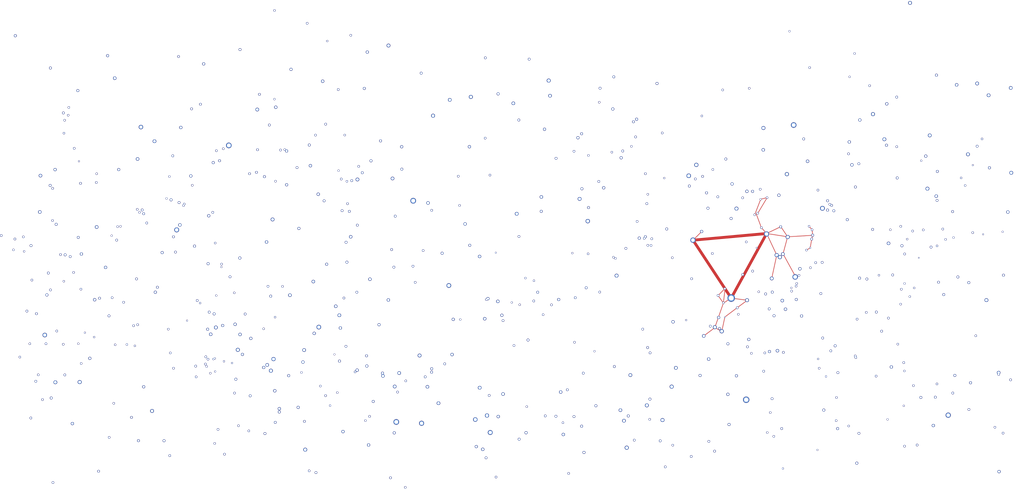
<source format=kicad_pcb>
(kicad_pcb (version 20221018) (generator pcbnew)
  (layers (0 "F.Cu" signal) (31 "B.Cu" signal) (34 "B.Paste" user) (35 "F.Paste" user) (36 "B.SilkS" user "B.Silkscreen") (37 "F.SilkS" user "F.Silkscreen") (38 "B.Mask" user) (39 "F.Mask" user) (44 "Edge.Cuts" user))
  (net 0 "")
  (gr_line (start -107.1 25.77) (end -111.15 28.79) (stroke (width 0.2)) (layer "F.Cu"))
  (gr_line (start -101.29 15.3) (end -114.81 -5.22) (stroke (width 1)) (layer "F.Cu"))
  (gr_line (start -88.75 -7.58) (end -90.61 -9.67) (stroke (width 0.2)) (layer "F.Cu"))
  (gr_line (start -101.29 15.3) (end -104.06 17.06) (stroke (width 0.2)) (layer "F.Cu"))
  (gr_line (start -72.43 -6.94) (end -72.65 -8.9) (stroke (width 0.2)) (layer "F.Cu"))
  (gr_line (start -107.1 25.77) (end -104.62 27.08) (stroke (width 0.2)) (layer "F.Cu"))
  (gr_line (start -84.04 0.77) (end -82.93 -0.39) (stroke (width 0.2)) (layer "F.Cu"))
  (gr_line (start -90.84 -19.71) (end -88.56 -20.3) (stroke (width 0.2)) (layer "F.Cu"))
  (gr_line (start -88.75 -7.58) (end -83.72 -10.01) (stroke (width 0.2)) (layer "F.Cu"))
  (gr_line (start -88.75 -7.58) (end -101.29 15.3) (stroke (width 1)) (layer "F.Cu"))
  (gr_line (start -95.6 16.07) (end -99.22 18.73) (stroke (width 0.2)) (layer "F.Cu"))
  (gr_line (start -86.93 8.27) (end -85.16 0.06) (stroke (width 0.2)) (layer "F.Cu"))
  (gr_line (start -104.06 17.06) (end -107.1 25.77) (stroke (width 0.2)) (layer "F.Cu"))
  (gr_line (start -114.81 -5.22) (end -111.67 -8.36) (stroke (width 0.2)) (layer "F.Cu"))
  (gr_line (start -88.75 -7.58) (end -114.81 -5.22) (stroke (width 1)) (layer "F.Cu"))
  (gr_line (start -82.93 -0.39) (end -78.52 7.66) (stroke (width 0.2)) (layer "F.Cu"))
  (gr_line (start -103.45 11.84) (end -104.06 17.06) (stroke (width 0.2)) (layer "F.Cu"))
  (gr_line (start -72.43 -6.94) (end -72.79 -5.57) (stroke (width 0.2)) (layer "F.Cu"))
  (gr_line (start -88.56 -20.3) (end -91.88 -14.75) (stroke (width 0.2)) (layer "F.Cu"))
  (gr_line (start -103.54 21.99) (end -99.22 18.73) (stroke (width 0.2)) (layer "F.Cu"))
  (gr_line (start -88.75 -7.58) (end -81.31 -6.42) (stroke (width 0.2)) (layer "F.Cu"))
  (gr_line (start -81.31 -6.42) (end -82.93 -0.39) (stroke (width 0.2)) (layer "F.Cu"))
  (gr_line (start -90.61 -9.67) (end -92.43 -14.53) (stroke (width 0.2)) (layer "F.Cu"))
  (gr_line (start -81.31 -6.42) (end -72.43 -6.94) (stroke (width 0.2)) (layer "F.Cu"))
  (gr_line (start -104.62 27.08) (end -103.54 21.99) (stroke (width 0.2)) (layer "F.Cu"))
  (gr_line (start -104.06 17.06) (end -105.93 14.38) (stroke (width 0.2)) (layer "F.Cu"))
  (gr_line (start -83.72 -10.01) (end -81.31 -6.42) (stroke (width 0.2)) (layer "F.Cu"))
  (gr_line (start -101.29 15.3) (end -95.6 16.07) (stroke (width 0.2)) (layer "F.Cu"))
  (gr_line (start -85.16 0.06) (end -88.75 -7.58) (stroke (width 0.2)) (layer "F.Cu"))
  (gr_line (start -72.65 -8.9) (end -73.71 -10.14) (stroke (width 0.2)) (layer "F.Cu"))
  (gr_line (start -105.93 14.38) (end -103.45 11.84) (stroke (width 0.2)) (layer "F.Cu"))
  (gr_line (start -72.79 -5.57) (end -73.3 -2.51) (stroke (width 0.2)) (layer "F.Cu"))
  (gr_line (start -85.16 0.06) (end -84.04 0.77) (stroke (width 0.2)) (layer "F.Cu"))
  (gr_line (start -92.98 -14.21) (end -90.84 -19.71) (stroke (width 0.2)) (layer "F.Cu"))
  (gr_line (start -73.3 -2.51) (end -74.59 -1.7) (stroke (width 0.2)) (layer "F.Cu"))
  (via (at -220.287166 -13.728333) (size 0.939081) (drill 0.626054) (layers "F.Cu" "B.Cu") (net 0))
  (via (at -302.174416 65.820666) (size 0.983288) (drill 0.655525) (layers "F.Cu" "B.Cu") (net 0))
  (via (at -141.896875 7.341305) (size 1.343324) (drill 0.895549) (layers "F.Cu" "B.Cu") (net 0))
  (via (at -99.440291 42.804083) (size 1.060931) (drill 0.707287) (layers "F.Cu" "B.Cu") (net 0))
  (via (at -10.896791 16.013305) (size 1.329957) (drill 0.886638) (layers "F.Cu" "B.Cu") (net 0))
  (via (at -44.92875 -8.907388) (size 0.779694) (drill 0.519796) (layers "F.Cu" "B.Cu") (net 0))
  (via (at -259.417874 -37.291333) (size 0.790687) (drill 0.527124) (layers "F.Cu" "B.Cu") (net 0))
  (via (at -252.967666 37.952666) (size 1.097623) (drill 0.731748) (layers "F.Cu" "B.Cu") (net 0))
  (via (at -66.009041 33.983) (size 0.904066) (drill 0.60271) (layers "F.Cu" "B.Cu") (net 0))
  (via (at -236.014416 -77.7945) (size 0.848018) (drill 0.565345) (layers "F.Cu" "B.Cu") (net 0))
  (via (at -28.659791 -20.808305) (size 1.179566) (drill 0.786377) (layers "F.Cu" "B.Cu") (net 0))
  (via (at -22.812416 48.926916) (size 0.911327) (drill 0.607551) (layers "F.Cu" "B.Cu") (net 0))
  (via (at -76.365208 21.629138) (size 1.056696) (drill 0.704464) (layers "F.Cu" "B.Cu") (net 0))
  (via (at -70.766458 69.068888) (size 0.661759) (drill 0.441173) (layers "F.Cu" "B.Cu") (net 0))
  (via (at -316.486583 16.767277) (size 0.884393) (drill 0.589595) (layers "F.Cu" "B.Cu") (net 0))
  (via (at -312.492 32.220333) (size 0.752124) (drill 0.501416) (layers "F.Cu" "B.Cu") (net 0))
  (via (at -318.955833 -5.248083) (size 0.913152) (drill 0.608768) (layers "F.Cu" "B.Cu") (net 0))
  (via (at -245.480166 -19.153027) (size 0.946624) (drill 0.631082) (layers "F.Cu" "B.Cu") (net 0))
  (via (at -207.37625 40.312333) (size 1.011209) (drill 0.674139) (layers "F.Cu" "B.Cu") (net 0))
  (via (at -238.456166 15.270388) (size 0.875593) (drill 0.583729) (layers "F.Cu" "B.Cu") (net 0))
  (via (at -95.078291 29.936611) (size 1.093241) (drill 0.728827) (layers "F.Cu" "B.Cu") (net 0))
  (via (at -252.166125 68.972361) (size 1.36499) (drill 0.909993) (layers "F.Cu" "B.Cu") (net 0))
  (via (at -126.434375 65.863472) (size 0.940961) (drill 0.627307) (layers "F.Cu" "B.Cu") (net 0))
  (via (at -151.984583 -0.371638) (size 0.816398) (drill 0.544265) (layers "F.Cu" "B.Cu") (net 0))
  (via (at -134.621666 -11.857777) (size 0.853121) (drill 0.568747) (layers "F.Cu" "B.Cu") (net 0))
  (via (at -269.151583 -51.488944) (size 1.277809) (drill 0.851872) (layers "F.Cu" "B.Cu") (net 0))
  (via (at -173.945541 62.980166) (size 1.073739) (drill 0.715826) (layers "F.Cu" "B.Cu") (net 0))
  (via (at -116.330666 -28.026305) (size 1.585892) (drill 1.057261) (layers "F.Cu" "B.Cu") (net 0))
  (via (at -207.369583 -15.797805) (size 0.889716) (drill 0.593144) (layers "F.Cu" "B.Cu") (net 0))
  (via (at -305.557083 -40.256694) (size 1.280367) (drill 0.853578) (layers "F.Cu" "B.Cu") (net 0))
  (via (at -248.970666 27.784027) (size 1.137857) (drill 0.758571) (layers "F.Cu" "B.Cu") (net 0))
  (via (at -178.45725 -53.694722) (size 1.235094) (drill 0.823396) (layers "F.Cu" "B.Cu") (net 0))
  (via (at -341.672666 -12.174083) (size 0.863421) (drill 0.575614) (layers "F.Cu" "B.Cu") (net 0))
  (via (at -89.101333 13.831972) (size 0.952321) (drill 0.63488) (layers "F.Cu" "B.Cu") (net 0))
  (via (at -147.748708 -59.039111) (size 0.939081) (drill 0.626054) (layers "F.Cu" "B.Cu") (net 0))
  (via (at -72.458916 -6.96125) (size 1.056696) (drill 0.704464) (layers "F.Cu" "B.Cu") (net 0))
  (via (at -104.656458 27.027916) (size 1.481636) (drill 0.987757) (layers "F.Cu" "B.Cu") (net 0))
  (via (at -12.07225 -7.299916) (size 0.612104) (drill 0.408069) (layers "F.Cu" "B.Cu") (net 0))
  (via (at -224.790416 41.895861) (size 1.069452) (drill 0.712968) (layers "F.Cu" "B.Cu") (net 0))
  (via (at -230.182291 -71.833972) (size 1.097623) (drill 0.731748) (layers "F.Cu" "B.Cu") (net 0))
  (via (at -340.163875 26.956388) (size 0.866881) (drill 0.577921) (layers "F.Cu" "B.Cu") (net 0))
  (via (at -87.739791 34.230694) (size 1.071593) (drill 0.714395) (layers "F.Cu" "B.Cu") (net 0))
  (via (at -129.414208 -5.703805) (size 0.873844) (drill 0.582563) (layers "F.Cu" "B.Cu") (net 0))
  (via (at -240.030583 37.603361) (size 1.009189) (drill 0.672792) (layers "F.Cu" "B.Cu") (net 0))
  (via (at -351.732958 -1.255833) (size 0.743153) (drill 0.495435) (layers "F.Cu" "B.Cu") (net 0))
  (via (at -63.500333 41.706138) (size 0.926026) (drill 0.61735) (layers "F.Cu" "B.Cu") (net 0))
  (via (at -332.057833 45.039388) (size 1.415024) (drill 0.943349) (layers "F.Cu" "B.Cu") (net 0))
  (via (at -187.466583 15.484916) (size 1.110874) (drill 0.740582) (layers "F.Cu" "B.Cu") (net 0))
  (via (at -16.521291 45.2815) (size 1.029576) (drill 0.686384) (layers "F.Cu" "B.Cu") (net 0))
  (via (at -142.286833 1.231055) (size 0.798633) (drill 0.532422) (layers "F.Cu" "B.Cu") (net 0))
  (via (at -113.65 -31.888638) (size 1.458118) (drill 0.972079) (layers "F.Cu" "B.Cu") (net 0))
  (via (at -15.704541 -31.804333) (size 0.665742) (drill 0.443828) (layers "F.Cu" "B.Cu") (net 0))
  (via (at -241.817375 35.244472) (size 0.637084) (drill 0.424723) (layers "F.Cu" "B.Cu") (net 0))
  (via (at -167.914541 21.174388) (size 0.81967) (drill 0.546447) (layers "F.Cu" "B.Cu") (net 0))
  (via (at -153.4345 69.962083) (size 1.035772) (drill 0.690514) (layers "F.Cu" "B.Cu") (net 0))
  (via (at -9.831666 -30.861222) (size 1.039923) (drill 0.693282) (layers "F.Cu" "B.Cu") (net 0))
  (via (at -33.984583 -33.358972) (size 0.699875) (drill 0.466583) (layers "F.Cu" "B.Cu") (net 0))
  (via (at -139.272625 58.72475) (size 1.285499) (drill 0.856999) (layers "F.Cu" "B.Cu") (net 0))
  (via (at -53.446875 20.367194) (size 0.853121) (drill 0.568747) (layers "F.Cu" "B.Cu") (net 0))
  (via (at -251.492333 -82.03725) (size 0.861695) (drill 0.574463) (layers "F.Cu" "B.Cu") (net 0))
  (via (at -138.301 68.282527) (size 1.432107) (drill 0.954738) (layers "F.Cu" "B.Cu") (net 0))
  (via (at -284.432416 20.893388) (size 0.989205) (drill 0.65947) (layers "F.Cu" "B.Cu") (net 0))
  (via (at -239.713 25.885944) (size 1.122038) (drill 0.748025) (layers "F.Cu" "B.Cu") (net 0))
  (via (at -354.837416 -77.631972) (size 1.052477) (drill 0.701651) (layers "F.Cu" "B.Cu") (net 0))
  (via (at -70.140916 40.136416) (size 0.822955) (drill 0.548637) (layers "F.Cu" "B.Cu") (net 0))
  (via (at -89.786625 41.184888) (size 0.905876) (drill 0.603917) (layers "F.Cu" "B.Cu") (net 0))
  (via (at -59.74125 -35.791027) (size 0.902259) (drill 0.601506) (layers "F.Cu" "B.Cu") (net 0))
  (via (at -208.671333 -18.398583) (size 1.170167) (drill 0.780111) (layers "F.Cu" "B.Cu") (net 0))
  (via (at -122.148583 1.016222) (size 0.836228) (drill 0.557485) (layers "F.Cu" "B.Cu") (net 0))
  (via (at -354.98675 -5.627361) (size 0.875593) (drill 0.583729) (layers "F.Cu" "B.Cu") (net 0))
  (via (at -14.187916 -38.49925) (size 0.924175) (drill 0.616117) (layers "F.Cu" "B.Cu") (net 0))
  (via (at -163.327666 -34.215555) (size 0.937205) (drill 0.624803) (layers "F.Cu" "B.Cu") (net 0))
  (via (at -183.7865 57.251111) (size 1.144705) (drill 0.763136) (layers "F.Cu" "B.Cu") (net 0))
  (via (at -163.373208 57.146722) (size 0.939081) (drill 0.626054) (layers "F.Cu" "B.Cu") (net 0))
  (via (at -241.359291 18.194611) (size 1.198591) (drill 0.799061) (layers "F.Cu" "B.Cu") (net 0))
  (via (at -73.72375 -10.151138) (size 0.790687) (drill 0.527124) (layers "F.Cu" "B.Cu") (net 0))
  (via (at -282.519958 -33.362666) (size 0.989205) (drill 0.65947) (layers "F.Cu" "B.Cu") (net 0))
  (via (at -91.538875 13.064722) (size 0.785957) (drill 0.523971) (layers "F.Cu" "B.Cu") (net 0))
  (via (at -271.885625 -28.762472) (size 0.92788) (drill 0.618586) (layers "F.Cu" "B.Cu") (net 0))
  (via (at -45.569916 -4.089916) (size 1.203395) (drill 0.802263) (layers "F.Cu" "B.Cu") (net 0))
  (via (at -233.78525 40.833305) (size 1.142418) (drill 0.761612) (layers "F.Cu" "B.Cu") (net 0))
  (via (at -286.352541 -13.863722) (size 1.09982) (drill 0.733213) (layers "F.Cu" "B.Cu") (net 0))
  (via (at -28.388916 -3.187472) (size 0.795445) (drill 0.530297) (layers "F.Cu" "B.Cu") (net 0))
  (via (at -184.667916 -0.787138) (size 0.614557) (drill 0.409704) (layers "F.Cu" "B.Cu") (net 0))
  (via (at -69.07975 2.647555) (size 0.911327) (drill 0.607551) (layers "F.Cu" "B.Cu") (net 0))
  (via (at -186.64975 62.900944) (size 1.714544) (drill 1.143029) (layers "F.Cu" "B.Cu") (net 0))
  (via (at -15.736083 -7.890083) (size 0.851417) (drill 0.567611) (layers "F.Cu" "B.Cu") (net 0))
  (via (at -30.974666 -42.329861) (size 1.314093) (drill 0.876062) (layers "F.Cu" "B.Cu") (net 0))
  (via (at -183.951958 16.458027) (size 1.193806) (drill 0.795871) (layers "F.Cu" "B.Cu") (net 0))
  (via (at -266.896166 39.873027) (size 1.09982) (drill 0.733213) (layers "F.Cu" "B.Cu") (net 0))
  (via (at -127.566791 -60.718444) (size 1.023417) (drill 0.682278) (layers "F.Cu" "B.Cu") (net 0))
  (via (at -186.734708 -28.268611) (size 0.837903) (drill 0.558602) (layers "F.Cu" "B.Cu") (net 0))
  (via (at -300.664416 26.290111) (size 0.824603) (drill 0.549735) (layers "F.Cu" "B.Cu") (net 0))
  (via (at -231.957708 -29.1055) (size 0.961892) (drill 0.641261) (layers "F.Cu" "B.Cu") (net 0))
  (via (at -88.524583 62.908972) (size 0.789107) (drill 0.526071) (layers "F.Cu" "B.Cu") (net 0))
  (via (at -326.035 -28.743222) (size 0.814767) (drill 0.543178) (layers "F.Cu" "B.Cu") (net 0))
  (via (at -333.992375 -37.748722) (size 0.873844) (drill 0.582563) (layers "F.Cu" "B.Cu") (net 0))
  (via (at -75.6195 -41.075888) (size 0.956138) (drill 0.637425) (layers "F.Cu" "B.Cu") (net 0))
  (via (at -325.368625 76.610527) (size 0.948519) (drill 0.632346) (layers "F.Cu" "B.Cu") (net 0))
  (via (at -334.208208 6.21675) (size 0.868617) (drill 0.579078) (layers "F.Cu" "B.Cu") (net 0))
  (via (at -130.025583 34.691694) (size 0.904066) (drill 0.60271) (layers "F.Cu" "B.Cu") (net 0))
  (via (at -156.971208 -36.707472) (size 0.863421) (drill 0.575614) (layers "F.Cu" "B.Cu") (net 0))
  (via (at -304.513416 11.455138) (size 0.977406) (drill 0.651604) (layers "F.Cu" "B.Cu") (net 0))
  (via (at -176.513041 -47.779333) (size 0.956138) (drill 0.637425) (layers "F.Cu" "B.Cu") (net 0))
  (via (at -281.87075 4.294916) (size 0.681913) (drill 0.454608) (layers "F.Cu" "B.Cu") (net 0))
  (via (at -335.41375 0.612638) (size 0.924175) (drill 0.616117) (layers "F.Cu" "B.Cu") (net 0))
  (via (at -330.20925 27.54625) (size 0.675128) (drill 0.450085) (layers "F.Cu" "B.Cu") (net 0))
  (via (at -281.193083 -37.605055) (size 0.83958) (drill 0.55972) (layers "F.Cu" "B.Cu") (net 0))
  (via (at -109.523375 -16.540472) (size 0.977406) (drill 0.651604) (layers "F.Cu" "B.Cu") (net 0))
  (via (at -113.980708 -26.896) (size 0.887938) (drill 0.591958) (layers "F.Cu" "B.Cu") (net 0))
  (via (at -22.091416 42.682277) (size 1.011209) (drill 0.674139) (layers "F.Cu" "B.Cu") (net 0))
  (via (at -340.750541 -30.221305) (size 1.113098) (drill 0.742065) (layers "F.Cu" "B.Cu") (net 0))
  (via (at -244.580166 3.307388) (size 1.048276) (drill 0.69885) (layers "F.Cu" "B.Cu") (net 0))
  (via (at -38.022 14.755666) (size 0.77503) (drill 0.516687) (layers "F.Cu" "B.Cu") (net 0))
  (via (at -229.727875 67.320527) (size 1.126535) (drill 0.751023) (layers "F.Cu" "B.Cu") (net 0))
  (via (at -87.456583 55.8335) (size 0.813139) (drill 0.542092) (layers "F.Cu" "B.Cu") (net 0))
  (via (at -171.152541 9.140611) (size 0.764255) (drill 0.509503) (layers "F.Cu" "B.Cu") (net 0))
  (via (at -335.890166 -52.2295) (size 0.826254) (drill 0.550836) (layers "F.Cu" "B.Cu") (net 0))
  (via (at -285.778458 41.905) (size 0.77503) (drill 0.516687) (layers "F.Cu" "B.Cu") (net 0))
  (via (at -2.096541 -29.090833) (size 1.322001) (drill 0.881334) (layers "F.Cu" "B.Cu") (net 0))
  (via (at -284.735916 -32.689555) (size 1.044091) (drill 0.696061) (layers "F.Cu" "B.Cu") (net 0))
  (via (at -79.893875 12.823222) (size 0.848018) (drill 0.565345) (layers "F.Cu" "B.Cu") (net 0))
  (via (at -36.74625 46.296166) (size 0.856541) (drill 0.571027) (layers "F.Cu" "B.Cu") (net 0))
  (via (at -73.512541 -66.342666) (size 0.853121) (drill 0.568747) (layers "F.Cu" "B.Cu") (net 0))
  (via (at -260.206833 11.153111) (size 0.842945) (drill 0.561963) (layers "F.Cu" "B.Cu") (net 0))
  (via (at -18.43725 -24.583777) (size 0.785957) (drill 0.523971) (layers "F.Cu" "B.Cu") (net 0))
  (via (at -125.628583 58.490472) (size 1.378708) (drill 0.919138) (layers "F.Cu" "B.Cu") (net 0))
  (via (at -321.610375 64.631861) (size 0.861695) (drill 0.574463) (layers "F.Cu" "B.Cu") (net 0))
  (via (at -225.486625 -40.390638) (size 0.995158) (drill 0.663439) (layers "F.Cu" "B.Cu") (net 0))
  (via (at -152.6475 11.646166) (size 0.971559) (drill 0.647706) (layers "F.Cu" "B.Cu") (net 0))
  (via (at -142.881541 -63.061805) (size 0.963817) (drill 0.642545) (layers "F.Cu" "B.Cu") (net 0))
  (via (at -337.66175 9.322111) (size 0.762728) (drill 0.508485) (layers "F.Cu" "B.Cu") (net 0))
  (via (at -230.844416 58.679305) (size 0.816398) (drill 0.544265) (layers "F.Cu" "B.Cu") (net 0))
  (via (at -331.609208 12.130472) (size 0.848018) (drill 0.565345) (layers "F.Cu" "B.Cu") (net 0))
  (via (at -137.742125 57.033083) (size 1.007172) (drill 0.671448) (layers "F.Cu" "B.Cu") (net 0))
  (via (at -341.5155 80.618388) (size 0.875593) (drill 0.583729) (layers "F.Cu" "B.Cu") (net 0))
  (via (at -82.803083 34.529555) (size 0.924175) (drill 0.616117) (layers "F.Cu" "B.Cu") (net 0))
  (via (at -17.146916 9.818083) (size 1.001147) (drill 0.667431) (layers "F.Cu" "B.Cu") (net 0))
  (via (at -86.116541 21.5525) (size 0.975453) (drill 0.650302) (layers "F.Cu" "B.Cu") (net 0))
  (via (at -64.006208 50.512916) (size 0.853121) (drill 0.568747) (layers "F.Cu" "B.Cu") (net 0))
  (via (at -209.669875 43.196472) (size 0.922329) (drill 0.614886) (layers "F.Cu" "B.Cu") (net 0))
  (via (at -91.030083 -23.263638) (size 0.870356) (drill 0.580237) (layers "F.Cu" "B.Cu") (net 0))
  (via (at -233.881416 13.210444) (size 0.91498) (drill 0.609986) (layers "F.Cu" "B.Cu") (net 0))
  (via (at -135.161458 -41.783444) (size 0.905876) (drill 0.603917) (layers "F.Cu" "B.Cu") (net 0))
  (via (at -81.572916 -28.607861) (size 1.437847) (drill 0.958564) (layers "F.Cu" "B.Cu") (net 0))
  (via (at -148.0265 -54.064277) (size 0.805048) (drill 0.536698) (layers "F.Cu" "B.Cu") (net 0))
  (via (at -174.170625 8.197749) (size 0.781255) (drill 0.520837) (layers "F.Cu" "B.Cu") (net 0))
  (via (at -36.487541 11.709555) (size 0.75363) (drill 0.50242) (layers "F.Cu" "B.Cu") (net 0))
  (via (at -6.5505 42.320083) (size 0.911327) (drill 0.607551) (layers "F.Cu" "B.Cu") (net 0))
  (via (at -38.968708 -5.593305) (size 0.755139) (drill 0.503426) (layers "F.Cu" "B.Cu") (net 0))
  (via (at -340.365291 -10.831388) (size 1.011209) (drill 0.674139) (layers "F.Cu" "B.Cu") (net 0))
  (via (at -281.793666 3.252166) (size 0.859974) (drill 0.573316) (layers "F.Cu" "B.Cu") (net 0))
  (via (at -83.406333 61.510138) (size 0.942845) (drill 0.628563) (layers "F.Cu" "B.Cu") (net 0))
  (via (at -284.237666 66.766472) (size 0.829565) (drill 0.553043) (layers "F.Cu" "B.Cu") (net 0))
  (via (at -34.127083 50.487888) (size 0.981323) (drill 0.654215) (layers "F.Cu" "B.Cu") (net 0))
  (via (at -177.266166 -14.572333) (size 1.303622) (drill 0.869081) (layers "F.Cu" "B.Cu") (net 0))
  (via (at -218.019833 -38.307888) (size 1.088877) (drill 0.725918) (layers "F.Cu" "B.Cu") (net 0))
  (via (at -290.971458 39.384361) (size 0.905876) (drill 0.603917) (layers "F.Cu" "B.Cu") (net 0))
  (via (at -159.326083 47.774388) (size 0.92788) (drill 0.618586) (layers "F.Cu" "B.Cu") (net 0))
  (via (at -72.801541 -5.605111) (size 0.958052) (drill 0.638701) (layers "F.Cu" "B.Cu") (net 0))
  (via (at -269.06325 -37.250527) (size 0.924175) (drill 0.616117) (layers "F.Cu" "B.Cu") (net 0))
  (via (at -34.836625 1.022944) (size 0.548343) (drill 0.365562) (layers "F.Cu" "B.Cu") (net 0))
  (via (at -142.675458 39.533111) (size 0.973504) (drill 0.649003) (layers "F.Cu" "B.Cu") (net 0))
  (via (at -220.482375 46.611861) (size 1.262567) (drill 0.841711) (layers "F.Cu" "B.Cu") (net 0))
  (via (at -265.86825 -4.566916) (size 1.151594) (drill 0.767729) (layers "F.Cu" "B.Cu") (net 0))
  (via (at -106.02725 -20.570305) (size 0.896862) (drill 0.597908) (layers "F.Cu" "B.Cu") (net 0))
  (via (at -84.91225 33.925944) (size 1.177209) (drill 0.784806) (layers "F.Cu" "B.Cu") (net 0))
  (via (at -252.542666 33.707388) (size 1.265094) (drill 0.843396) (layers "F.Cu" "B.Cu") (net 0))
  (via (at -48.017833 27.010888) (size 0.935332) (drill 0.623555) (layers "F.Cu" "B.Cu") (net 0))
  (via (at -108.70275 25.227305) (size 0.896862) (drill 0.597908) (layers "F.Cu" "B.Cu") (net 0))
  (via (at -115.455 71.393861) (size 0.911327) (drill 0.607551) (layers "F.Cu" "B.Cu") (net 0))
  (via (at -216.73225 82.332138) (size 0.844633) (drill 0.563088) (layers "F.Cu" "B.Cu") (net 0))
  (via (at -70.56125 -22.956972) (size 0.851417) (drill 0.567611) (layers "F.Cu" "B.Cu") (net 0))
  (via (at -310.864791 -15.074694) (size 0.824603) (drill 0.549735) (layers "F.Cu" "B.Cu") (net 0))
  (via (at -42.645458 -38.318916) (size 0.859974) (drill 0.573316) (layers "F.Cu" "B.Cu") (net 0))
  (via (at -291.373958 -3.114583) (size 1.021372) (drill 0.680914) (layers "F.Cu" "B.Cu") (net 0))
  (via (at -131.674291 -28.76) (size 0.893282) (drill 0.595521) (layers "F.Cu" "B.Cu") (net 0))
  (via (at -240.47375 -58.564444) (size 0.896862) (drill 0.597908) (layers "F.Cu" "B.Cu") (net 0))
  (via (at -22.545583 -6.143944) (size 0.759683) (drill 0.506455) (layers "F.Cu" "B.Cu") (net 0))
  (via (at -315.32275 31.742222) (size 0.785957) (drill 0.523971) (layers "F.Cu" "B.Cu") (net 0))
  (via (at -279.234125 -38.783) (size 1.988035) (drill 1.325357) (layers "F.Cu" "B.Cu") (net 0))
  (via (at -240.083375 21.378388) (size 1.265094) (drill 0.843396) (layers "F.Cu" "B.Cu") (net 0))
  (via (at -349.705958 31.468166) (size 0.827908) (drill 0.551938) (layers "F.Cu" "B.Cu") (net 0))
  (via (at -269.440958 -29.247916) (size 0.954227) (drill 0.636151) (layers "F.Cu" "B.Cu") (net 0))
  (via (at -264.866208 -46.006333) (size 0.931598) (drill 0.621065) (layers "F.Cu" "B.Cu") (net 0))
  (via (at -103.547833 11.961416) (size 0.884393) (drill 0.589595) (layers "F.Cu" "B.Cu") (net 0))
  (via (at -172.851208 -69.331111) (size 0.931598) (drill 0.621065) (layers "F.Cu" "B.Cu") (net 0))
  (via (at -184.58725 78.687722) (size 0.856541) (drill 0.571027) (layers "F.Cu" "B.Cu") (net 0))
  (via (at -45.598291 22.375666) (size 0.884393) (drill 0.589595) (layers "F.Cu" "B.Cu") (net 0))
  (via (at -233.671625 -26.714916) (size 1.28293) (drill 0.855287) (layers "F.Cu" "B.Cu") (net 0))
  (via (at -290.41825 16.15275) (size 0.913152) (drill 0.608768) (layers "F.Cu" "B.Cu") (net 0))
  (via (at -275.248416 28.171972) (size 1.160843) (drill 0.773895) (layers "F.Cu" "B.Cu") (net 0))
  (via (at -152.093583 -11.967194) (size 1.523708) (drill 1.015805) (layers "F.Cu" "B.Cu") (net 0))
  (via (at -35.437583 67.340583) (size 0.884393) (drill 0.589595) (layers "F.Cu" "B.Cu") (net 0))
  (via (at -236.066666 -6.425527) (size 1.181928) (drill 0.787952) (layers "F.Cu" "B.Cu") (net 0))
  (via (at -57.363666 35.799888) (size 0.868617) (drill 0.579078) (layers "F.Cu" "B.Cu") (net 0))
  (via (at -149.718083 34.109055) (size 0.70268) (drill 0.468453) (layers "F.Cu" "B.Cu") (net 0))
  (via (at -273.440875 20.941166) (size 0.92788) (drill 0.618586) (layers "F.Cu" "B.Cu") (net 0))
  (via (at -283.626208 -36.898611) (size 0.859974) (drill 0.573316) (layers "F.Cu" "B.Cu") (net 0))
  (via (at -284.905791 -15.068472) (size 0.89507) (drill 0.596713) (layers "F.Cu" "B.Cu") (net 0))
  (via (at -93.719583 -22.506833) (size 1.031637) (drill 0.687758) (layers "F.Cu" "B.Cu") (net 0))
  (via (at -28.270416 -29.579388) (size 1.009189) (drill 0.672792) (layers "F.Cu" "B.Cu") (net 0))
  (via (at -5.149416 -8.19025) (size 0.681913) (drill 0.454608) (layers "F.Cu" "B.Cu") (net 0))
  (via (at -72.653 -8.90025) (size 0.837903) (drill 0.558602) (layers "F.Cu" "B.Cu") (net 0))
  (via (at -99.170833 18.744277) (size 0.907689) (drill 0.605126) (layers "F.Cu" "B.Cu") (net 0))
  (via (at -171.22075 16.315972) (size 0.887938) (drill 0.591958) (layers "F.Cu" "B.Cu") (net 0))
  (via (at -89.930166 -37.212777) (size 1.177209) (drill 0.784806) (layers "F.Cu" "B.Cu") (net 0))
  (via (at -111.432 -27.798277) (size 0.939081) (drill 0.626054) (layers "F.Cu" "B.Cu") (net 0))
  (via (at -136.632458 -38.45225) (size 0.803439) (drill 0.535626) (layers "F.Cu" "B.Cu") (net 0))
  (via (at -160.884625 59.433361) (size 0.800232) (drill 0.533488) (layers "F.Cu" "B.Cu") (net 0))
  (via (at -277.299375 13.434194) (size 0.785957) (drill 0.523971) (layers "F.Cu" "B.Cu") (net 0))
  (via (at -125.016125 -27.218611) (size 0.716875) (drill 0.477917) (layers "F.Cu" "B.Cu") (net 0))
  (via (at -41.234875 -10.114222) (size 0.851417) (drill 0.567611) (layers "F.Cu" "B.Cu") (net 0))
  (via (at -306.411875 55.265111) (size 1.356824) (drill 0.904549) (layers "F.Cu" "B.Cu") (net 0))
  (via (at -39.949666 41.108361) (size 0.77503) (drill 0.516687) (layers "F.Cu" "B.Cu") (net 0))
  (via (at -143.55575 -36.397611) (size 0.80666) (drill 0.537773) (layers "F.Cu" "B.Cu") (net 0))
  (via (at -336.129166 -49.476388) (size 0.805048) (drill 0.536698) (layers "F.Cu" "B.Cu") (net 0))
  (via (at -4.857 7.176166) (size 0.981323) (drill 0.654215) (layers "F.Cu" "B.Cu") (net 0))
  (via (at -275.328833 1.102888) (size 1.048276) (drill 0.69885) (layers "F.Cu" "B.Cu") (net 0))
  (via (at -110.030791 -21.982333) (size 0.99317) (drill 0.662113) (layers "F.Cu" "B.Cu") (net 0))
  (via (at -220.764833 4.342583) (size 0.922329) (drill 0.614886) (layers "F.Cu" "B.Cu") (net 0))
  (via (at -121.88625 23.695555) (size 1.135584) (drill 0.757056) (layers "F.Cu" "B.Cu") (net 0))
  (via (at -25.357958 -5.487611) (size 0.821311) (drill 0.547541) (layers "F.Cu" "B.Cu") (net 0))
  (via (at -176.464875 -6.529805) (size 0.891497) (drill 0.594331) (layers "F.Cu" "B.Cu") (net 0))
  (via (at -97.204458 6.966944) (size 0.942845) (drill 0.628563) (layers "F.Cu" "B.Cu") (net 0))
  (via (at -337.382583 -47.706888) (size 0.83958) (drill 0.55972) (layers "F.Cu" "B.Cu") (net 0))
  (via (at -353.242458 36.181638) (size 0.83289) (drill 0.55526) (layers "F.Cu" "B.Cu") (net 0))
  (via (at -167.1475 57.024944) (size 0.911327) (drill 0.607551) (layers "F.Cu" "B.Cu") (net 0))
  (via (at -208.885125 46.711722) (size 1.200991) (drill 0.80066) (layers "F.Cu" "B.Cu") (net 0))
  (via (at -204.971958 52.533638) (size 1.265094) (drill 0.843396) (layers "F.Cu" "B.Cu") (net 0))
  (via (at -342.500416 -24.601694) (size 0.991186) (drill 0.66079) (layers "F.Cu" "B.Cu") (net 0))
  (via (at -187.010041 49.769388) (size 0.91498) (drill 0.609986) (layers "F.Cu" "B.Cu") (net 0))
  (via (at -239.112458 -15.664722) (size 0.926026) (drill 0.61735) (layers "F.Cu" "B.Cu") (net 0))
  (via (at -254.417791 -9.375055) (size 1.056696) (drill 0.704464) (layers "F.Cu" "B.Cu") (net 0))
  (via (at -86.193416 64.264472) (size 0.83958) (drill 0.55972) (layers "F.Cu" "B.Cu") (net 0))
  (via (at -142.995541 0.815333) (size 0.80666) (drill 0.537773) (layers "F.Cu" "B.Cu") (net 0))
  (via (at -103.554375 22.071638) (size 0.528954) (drill 0.352636) (layers "F.Cu" "B.Cu") (net 0))
  (via (at -130.821708 -21.468583) (size 0.78753) (drill 0.52502) (layers "F.Cu" "B.Cu") (net 0))
  (via (at -86.939125 8.330388) (size 1.322001) (drill 0.881334) (layers "F.Cu" "B.Cu") (net 0))
  (via (at -89.384208 34.716694) (size 0.836228) (drill 0.557485) (layers "F.Cu" "B.Cu") (net 0))
  (via (at -292.176708 -24.665166) (size 0.822955) (drill 0.548637) (layers "F.Cu" "B.Cu") (net 0))
  (via (at -231.232416 -58.966027) (size 1.035772) (drill 0.690514) (layers "F.Cu" "B.Cu") (net 0))
  (via (at -346.190083 -15.205361) (size 1.215489) (drill 0.810326) (layers "F.Cu" "B.Cu") (net 0))
  (via (at -296.564875 -10.613277) (size 1.160843) (drill 0.773895) (layers "F.Cu" "B.Cu") (net 0))
  (via (at -131.171291 -18.154861) (size 0.909506) (drill 0.606337) (layers "F.Cu" "B.Cu") (net 0))
  (via (at -59.356 -63.07225) (size 0.743153) (drill 0.495435) (layers "F.Cu" "B.Cu") (net 0))
  (via (at -182.08975 49.277583) (size 1.193806) (drill 0.795871) (layers "F.Cu" "B.Cu") (net 0))
  (via (at -64.121166 58.69825) (size 0.822955) (drill 0.548637) (layers "F.Cu" "B.Cu") (net 0))
  (via (at -343.987041 31.460305) (size 0.863421) (drill 0.575614) (layers "F.Cu" "B.Cu") (net 0))
  (via (at -295.262208 -17.476111) (size 0.831226) (drill 0.554151) (layers "F.Cu" "B.Cu") (net 0))
  (via (at -28.41175 45.697555) (size 0.831226) (drill 0.554151) (layers "F.Cu" "B.Cu") (net 0))
  (via (at -122.383166 46.663388) (size 1.409376) (drill 0.939584) (layers "F.Cu" "B.Cu") (net 0))
  (via (at -116.111958 -24.398138) (size 0.979363) (drill 0.652908) (layers "F.Cu" "B.Cu") (net 0))
  (via (at -246.796041 46.445277) (size 0.81967) (drill 0.546447) (layers "F.Cu" "B.Cu") (net 0))
  (via (at -164.944791 17.700888) (size 0.884393) (drill 0.589595) (layers "F.Cu" "B.Cu") (net 0))
  (via (at -284.070708 41.289388) (size 0.686017) (drill 0.457344) (layers "F.Cu" "B.Cu") (net 0))
  (via (at -5.007958 63.122388) (size 0.858256) (drill 0.57217) (layers "F.Cu" "B.Cu") (net 0))
  (via (at -176.402375 65.271166) (size 0.96768) (drill 0.64512) (layers "F.Cu" "B.Cu") (net 0))
  (via (at -283.816333 25.703416) (size 1.3273) (drill 0.884867) (layers "F.Cu" "B.Cu") (net 0))
  (via (at -191.570291 67.891916) (size 1.088877) (drill 0.725918) (layers "F.Cu" "B.Cu") (net 0))
  (via (at -14.177083 -60.71675) (size 1.301018) (drill 0.867345) (layers "F.Cu" "B.Cu") (net 0))
  (via (at -86.821166 50.933277) (size 0.926026) (drill 0.61735) (layers "F.Cu" "B.Cu") (net 0))
  (via (at -211.672166 35.631305) (size 1.324648) (drill 0.883099) (layers "F.Cu" "B.Cu") (net 0))
  (via (at -102.048083 60.058027) (size 1.046181) (drill 0.697454) (layers "F.Cu" "B.Cu") (net 0))
  (via (at -237.703708 -4.477583) (size 0.952321) (drill 0.63488) (layers "F.Cu" "B.Cu") (net 0))
  (via (at -37.039666 -8.460083) (size 0.846324) (drill 0.564216) (layers "F.Cu" "B.Cu") (net 0))
  (via (at -276.043125 33.615694) (size 1.398146) (drill 0.932097) (layers "F.Cu" "B.Cu") (net 0))
  (via (at -28.598666 -63.670138) (size 1.023417) (drill 0.682278) (layers "F.Cu" "B.Cu") (net 0))
  (via (at -64.473416 32.201666) (size 0.983288) (drill 0.655525) (layers "F.Cu" "B.Cu") (net 0))
  (via (at -252.446291 58.958694) (size 0.940961) (drill 0.627307) (layers "F.Cu" "B.Cu") (net 0))
  (via (at -265.353833 11.124833) (size 0.856541) (drill 0.571027) (layers "F.Cu" "B.Cu") (net 0))
  (via (at -107.097875 25.606805) (size 1.387005) (drill 0.92467) (layers "F.Cu" "B.Cu") (net 0))
  (via (at -345.220291 51.245888) (size 0.879103) (drill 0.586068) (layers "F.Cu" "B.Cu") (net 0))
  (via (at -244.960708 49.844611) (size 0.896862) (drill 0.597908) (layers "F.Cu" "B.Cu") (net 0))
  (via (at -309.909375 -15.912055) (size 0.940961) (drill 0.627307) (layers "F.Cu" "B.Cu") (net 0))
  (via (at -32.3855 -34.987388) (size 1.097623) (drill 0.731748) (layers "F.Cu" "B.Cu") (net 0))
  (via (at -297.042541 -70.267833) (size 0.92788) (drill 0.618586) (layers "F.Cu" "B.Cu") (net 0))
  (via (at -6.413333 76.744972) (size 1.137857) (drill 0.758571) (layers "F.Cu" "B.Cu") (net 0))
  (via (at -237.73975 32.372888) (size 0.904066) (drill 0.60271) (layers "F.Cu" "B.Cu") (net 0))
  (via (at -289.275458 -53.368166) (size 0.935332) (drill 0.623555) (layers "F.Cu" "B.Cu") (net 0))
  (via (at -107.966083 -0.492777) (size 0.872098) (drill 0.581399) (layers "F.Cu" "B.Cu") (net 0))
  (via (at -254.655125 54.009944) (size 1.071593) (drill 0.714395) (layers "F.Cu" "B.Cu") (net 0))
  (via (at -33.250041 -8.84675) (size 0.836228) (drill 0.557485) (layers "F.Cu" "B.Cu") (net 0))
  (via (at -326.934041 29.101694) (size 0.732821) (drill 0.488547) (layers "F.Cu" "B.Cu") (net 0))
  (via (at -342.420458 -66.200722) (size 0.99317) (drill 0.662113) (layers "F.Cu" "B.Cu") (net 0))
  (via (at -107.18675 69.500805) (size 0.939081) (drill 0.626054) (layers "F.Cu" "B.Cu") (net 0))
  (via (at -321.666791 21.588611) (size 0.940961) (drill 0.627307) (layers "F.Cu" "B.Cu") (net 0))
  (via (at -237.39875 -26.068555) (size 0.798633) (drill 0.532422) (layers "F.Cu" "B.Cu") (net 0))
  (via (at -132.633375 26.289944) (size 0.89507) (drill 0.596713) (layers "F.Cu" "B.Cu") (net 0))
  (via (at -63.605958 61.526027) (size 1.027519) (drill 0.685012) (layers "F.Cu" "B.Cu") (net 0))
  (via (at -332.54925 -6.197777) (size 0.989205) (drill 0.65947) (layers "F.Cu" "B.Cu") (net 0))
  (via (at -160.739291 63.605527) (size 1.156209) (drill 0.770806) (layers "F.Cu" "B.Cu") (net 0))
  (via (at -45.90375 58.262388) (size 0.71831) (drill 0.478873) (layers "F.Cu" "B.Cu") (net 0))
  (via (at -154.992333 -19.841861) (size 1.337961) (drill 0.891974) (layers "F.Cu" "B.Cu") (net 0))
  (via (at -156.969791 57.260583) (size 0.933464) (drill 0.622309) (layers "F.Cu" "B.Cu") (net 0))
  (via (at -52.267208 -59.940333) (size 0.861695) (drill 0.574463) (layers "F.Cu" "B.Cu") (net 0))
  (via (at -2.292041 -59.150222) (size 1.267627) (drill 0.845085) (layers "F.Cu" "B.Cu") (net 0))
  (via (at -249.289708 9.432861) (size 1.203395) (drill 0.802263) (layers "F.Cu" "B.Cu") (net 0))
  (via (at -344.411791 28.378166) (size 1.582723) (drill 1.055149) (layers "F.Cu" "B.Cu") (net 0))
  (via (at -263.066166 -55.172805) (size 0.756651) (drill 0.504434) (layers "F.Cu" "B.Cu") (net 0))
  (via (at -278.088791 38.296083) (size 0.712587) (drill 0.475058) (layers "F.Cu" "B.Cu") (net 0))
  (via (at -193.902 -3.397611) (size 1.015262) (drill 0.676841) (layers "F.Cu" "B.Cu") (net 0))
  (via (at -286.170541 20.258638) (size 0.942845) (drill 0.628563) (layers "F.Cu" "B.Cu") (net 0))
  (via (at -238.167458 -42.45) (size 0.797038) (drill 0.531358) (layers "F.Cu" "B.Cu") (net 0))
  (via (at -350.742916 19.899666) (size 0.905876) (drill 0.603917) (layers "F.Cu" "B.Cu") (net 0))
  (via (at -233.700791 -10.538861) (size 0.935332) (drill 0.623555) (layers "F.Cu" "B.Cu") (net 0))
  (via (at -286.735166 26.330194) (size 1.029576) (drill 0.686384) (layers "F.Cu" "B.Cu") (net 0))
  (via (at -147.8695 13.153444) (size 0.879103) (drill 0.586068) (layers "F.Cu" "B.Cu") (net 0))
  (via (at -295.024083 -18.013944) (size 0.831226) (drill 0.554151) (layers "F.Cu" "B.Cu") (net 0))
  (via (at -64.948041 -15.627694) (size 0.963817) (drill 0.642545) (layers "F.Cu" "B.Cu") (net 0))
  (via (at -55.812333 8.234805) (size 0.989205) (drill 0.65947) (layers "F.Cu" "B.Cu") (net 0))
  (via (at -124.128958 -9.185666) (size 0.987229) (drill 0.658152) (layers "F.Cu" "B.Cu") (net 0))
  (via (at -224.633125 42.866138) (size 1.170167) (drill 0.780111) (layers "F.Cu" "B.Cu") (net 0))
  (via (at -154.270875 60.667666) (size 1.015262) (drill 0.676841) (layers "F.Cu" "B.Cu") (net 0))
  (via (at -151.857208 -35.244694) (size 0.814767) (drill 0.543178) (layers "F.Cu" "B.Cu") (net 0))
  (via (at -220.627875 63.025416) (size 1.058811) (drill 0.705874) (layers "F.Cu" "B.Cu") (net 0))
  (via (at -189.296166 68.864472) (size 1.167829) (drill 0.778553) (layers "F.Cu" "B.Cu") (net 0))
  (via (at -74.248416 -33.166138) (size 1.167829) (drill 0.778553) (layers "F.Cu" "B.Cu") (net 0))
  (via (at -117.257083 23.08775) (size 0.690145) (drill 0.460097) (layers "F.Cu" "B.Cu") (net 0))
  (via (at -262.60825 -52.301361) (size 1.144705) (drill 0.763136) (layers "F.Cu" "B.Cu") (net 0))
  (via (at -93.713916 5.725277) (size 0.900457) (drill 0.600304) (layers "F.Cu" "B.Cu") (net 0))
  (via (at -299.689125 -19.492083) (size 0.991186) (drill 0.66079) (layers "F.Cu" "B.Cu") (net 0))
  (via (at -42.272333 31.593722) (size 0.821311) (drill 0.547541) (layers "F.Cu" "B.Cu") (net 0))
  (via (at -310.357958 -45.280333) (size 1.557601) (drill 1.038401) (layers "F.Cu" "B.Cu") (net 0))
  (via (at -261.325 54.470166) (size 1.133315) (drill 0.755543) (layers "F.Cu" "B.Cu") (net 0))
  (via (at -338.838875 -0.117361) (size 0.891497) (drill 0.594331) (layers "F.Cu" "B.Cu") (net 0))
  (via (at -101.322625 -12.896055) (size 1.023417) (drill 0.682278) (layers "F.Cu" "B.Cu") (net 0))
  (via (at -239.397083 -26.878027) (size 0.873844) (drill 0.582563) (layers "F.Cu" "B.Cu") (net 0))
  (via (at -131.175833 53.291444) (size 1.359541) (drill 0.90636) (layers "F.Cu" "B.Cu") (net 0))
  (via (at -40.8255 -3.236166) (size 0.999147) (drill 0.666098) (layers "F.Cu" "B.Cu") (net 0))
  (via (at -318.619958 -10.007722) (size 0.818032) (drill 0.545355) (layers "F.Cu" "B.Cu") (net 0))
  (via (at -332.535333 31.451555) (size 0.744641) (drill 0.496427) (layers "F.Cu" "B.Cu") (net 0))
  (via (at -111.787791 -8.289416) (size 1.122038) (drill 0.748025) (layers "F.Cu" "B.Cu") (net 0))
  (via (at -286.562291 3.117666) (size 1.007172) (drill 0.671448) (layers "F.Cu" "B.Cu") (net 0))
  (via (at -262.684583 -26.110611) (size 0.827908) (drill 0.551938) (layers "F.Cu" "B.Cu") (net 0))
  (via (at -12.453458 -41.078944) (size 0.808275) (drill 0.53885) (layers "F.Cu" "B.Cu") (net 0))
  (via (at -299.076666 -35.0835) (size 0.918647) (drill 0.612431) (layers "F.Cu" "B.Cu") (net 0))
  (via (at -292.426416 -51.729472) (size 0.942845) (drill 0.628563) (layers "F.Cu" "B.Cu") (net 0))
  (via (at -342.397958 12.407472) (size 0.889716) (drill 0.593144) (layers "F.Cu" "B.Cu") (net 0))
  (via (at -255.072541 -30.926333) (size 0.913152) (drill 0.608768) (layers "F.Cu" "B.Cu") (net 0))
  (via (at -244.377083 -75.754694) (size 0.743153) (drill 0.495435) (layers "F.Cu" "B.Cu") (net 0))
  (via (at -219.471875 48.57425) (size 0.889716) (drill 0.593144) (layers "F.Cu" "B.Cu") (net 0))
  (via (at -182.103125 23.271222) (size 0.89507) (drill 0.596713) (layers "F.Cu" "B.Cu") (net 0))
  (via (at -349.289541 -3.28225) (size 0.954227) (drill 0.636151) (layers "F.Cu" "B.Cu") (net 0))
  (via (at -88.596166 -20.276416) (size 0.831226) (drill 0.554151) (layers "F.Cu" "B.Cu") (net 0))
  (via (at -285.653 28.119888) (size 1.189041) (drill 0.792694) (layers "F.Cu" "B.Cu") (net 0))
  (via (at -140.264416 -34.392527) (size 1.067316) (drill 0.711544) (layers "F.Cu" "B.Cu") (net 0))
  (via (at -218.876875 41.84225) (size 1.255014) (drill 0.836676) (layers "F.Cu" "B.Cu") (net 0))
  (via (at -79.172083 -45.999027) (size 1.968254) (drill 1.312169) (layers "F.Cu" "B.Cu") (net 0))
  (via (at -326.16125 -25.645) (size 0.873844) (drill 0.582563) (layers "F.Cu" "B.Cu") (net 0))
  (via (at -287.087208 39.503361) (size 0.801834) (drill 0.534556) (layers "F.Cu" "B.Cu") (net 0))
  (via (at -69.545291 13.696416) (size 0.924175) (drill 0.616117) (layers "F.Cu" "B.Cu") (net 0))
  (via (at -229.379 57.199111) (size 0.886164) (drill 0.590776) (layers "F.Cu" "B.Cu") (net 0))
  (via (at -244.935208 -46.313277) (size 0.91498) (drill 0.609986) (layers "F.Cu" "B.Cu") (net 0))
  (via (at -158.867583 77.392194) (size 0.879103) (drill 0.586068) (layers "F.Cu" "B.Cu") (net 0))
  (via (at -68.98 -16.50975) (size 1.680593) (drill 1.120395) (layers "F.Cu" "B.Cu") (net 0))
  (via (at -81.282791 -6.349722) (size 1.440726) (drill 0.960484) (layers "F.Cu" "B.Cu") (net 0))
  (via (at -298.118166 -1.005666) (size 0.922329) (drill 0.614886) (layers "F.Cu" "B.Cu") (net 0))
  (via (at -337.876208 31.653972) (size 0.848018) (drill 0.565345) (layers "F.Cu" "B.Cu") (net 0))
  (via (at -200.150291 35.287916) (size 1.153899) (drill 0.769266) (layers "F.Cu" "B.Cu") (net 0))
  (via (at -240.360791 -29.851083) (size 0.738707) (drill 0.492471) (layers "F.Cu" "B.Cu") (net 0))
  (via (at -135.611666 65.604166) (size 0.898657) (drill 0.599105) (layers "F.Cu" "B.Cu") (net 0))
  (via (at -235.686 -26.295527) (size 0.933464) (drill 0.622309) (layers "F.Cu" "B.Cu") (net 0))
  (via (at -84.053375 0.798083) (size 1.42639) (drill 0.950927) (layers "F.Cu" "B.Cu") (net 0))
  (via (at -83.001666 -0.299083) (size 1.275256) (drill 0.85017) (layers "F.Cu" "B.Cu") (net 0))
  (via (at -87.829791 19.1225) (size 0.942845) (drill 0.628563) (layers "F.Cu" "B.Cu") (net 0))
  (via (at -57.5895 -71.332361) (size 0.798633) (drill 0.532422) (layers "F.Cu" "B.Cu") (net 0))
  (via (at -261.348583 55.622305) (size 1.031637) (drill 0.687758) (layers "F.Cu" "B.Cu") (net 0))
  (via (at -26.348291 -9.157638) (size 0.853121) (drill 0.568747) (layers "F.Cu" "B.Cu") (net 0))
  (via (at -210.411583 -1.544583) (size 0.858256) (drill 0.57217) (layers "F.Cu" "B.Cu") (net 0))
  (via (at -22.870791 -15.345833) (size 0.969618) (drill 0.646412) (layers "F.Cu" "B.Cu") (net 0))
  (via (at -266.6155 -27.722499) (size 1.009189) (drill 0.672792) (layers "F.Cu" "B.Cu") (net 0))
  (via (at -30.511666 -2.76375) (size 0.931598) (drill 0.621065) (layers "F.Cu" "B.Cu") (net 0))
  (via (at -236.546708 -15.421916) (size 0.963817) (drill 0.642545) (layers "F.Cu" "B.Cu") (net 0))
  (via (at -60.170083 -12.490388) (size 1.011209) (drill 0.674139) (layers "F.Cu" "B.Cu") (net 0))
  (via (at -90.595791 -9.647361) (size 0.877346) (drill 0.584897) (layers "F.Cu" "B.Cu") (net 0))
  (via (at -248.364416 77.103027) (size 0.924175) (drill 0.616117) (layers "F.Cu" "B.Cu") (net 0))
  (via (at -263.402208 36.89625) (size 1.4465) (drill 0.964333) (layers "F.Cu" "B.Cu") (net 0))
  (via (at -27.865041 9.665055) (size 0.946624) (drill 0.631082) (layers "F.Cu" "B.Cu") (net 0))
  (via (at -283.679666 14.396972) (size 0.72408) (drill 0.48272) (layers "F.Cu" "B.Cu") (net 0))
  (via (at -46.199125 -53.506444) (size 1.117559) (drill 0.745039) (layers "F.Cu" "B.Cu") (net 0))
  (via (at -131.694375 -6.418916) (size 1.017295) (drill 0.678196) (layers "F.Cu" "B.Cu") (net 0))
  (via (at -167.416083 -44.498555) (size 1.097623) (drill 0.731748) (layers "F.Cu" "B.Cu") (net 0))
  (via (at -70.514375 36.855222) (size 0.729896) (drill 0.486597) (layers "F.Cu" "B.Cu") (net 0))
  (via (at -169.8355 13.220944) (size 0.981323) (drill 0.654215) (layers "F.Cu" "B.Cu") (net 0))
  (via (at -331.52875 38.456944) (size 0.818032) (drill 0.545355) (layers "F.Cu" "B.Cu") (net 0))
  (via (at -44.5655 39.695277) (size 1.124284) (drill 0.749523) (layers "F.Cu" "B.Cu") (net 0))
  (via (at -197.498125 -17.529111) (size 0.842945) (drill 0.561963) (layers "F.Cu" "B.Cu") (net 0))
  (via (at -66.372166 -17.928) (size 0.846324) (drill 0.564216) (layers "F.Cu" "B.Cu") (net 0))
  (via (at -98.764083 21.035166) (size 0.80666) (drill 0.537773) (layers "F.Cu" "B.Cu") (net 0))
  (via (at -221.562458 -1.892944) (size 0.948519) (drill 0.632346) (layers "F.Cu" "B.Cu") (net 0))
  (via (at -347.3615 20.827527) (size 0.958052) (drill 0.638701) (layers "F.Cu" "B.Cu") (net 0))
  (via (at -213.918125 -19.187277) (size 2.0201) (drill 1.346733) (layers "F.Cu" "B.Cu") (net 0))
  (via (at -250.322833 -31.601888) (size 1.140135) (drill 0.76009) (layers "F.Cu" "B.Cu") (net 0))
  (via (at -31.792875 -23.462777) (size 1.337961) (drill 0.891974) (layers "F.Cu" "B.Cu") (net 0))
  (via (at -112.307833 42.698111) (size 1.044091) (drill 0.696061) (layers "F.Cu" "B.Cu") (net 0))
  (via (at -222.676666 -74.155472) (size 1.322001) (drill 0.881334) (layers "F.Cu" "B.Cu") (net 0))
  (via (at -65.733458 -17.542583) (size 0.940961) (drill 0.627307) (layers "F.Cu" "B.Cu") (net 0))
  (via (at -48.958458 7.180166) (size 0.765785) (drill 0.510523) (layers "F.Cu" "B.Cu") (net 0))
  (via (at -40.164916 53.450083) (size 0.705496) (drill 0.470331) (layers "F.Cu" "B.Cu") (net 0))
  (via (at -95.528541 32.563722) (size 0.926026) (drill 0.61735) (layers "F.Cu" "B.Cu") (net 0))
  (via (at -105.429791 26.065166) (size 0.995158) (drill 0.663439) (layers "F.Cu" "B.Cu") (net 0))
  (via (at -351.992375 -6.379111) (size 0.851417) (drill 0.567611) (layers "F.Cu" "B.Cu") (net 0))
  (via (at -264.396791 14.601583) (size 0.985256) (drill 0.656837) (layers "F.Cu" "B.Cu") (net 0))
  (via (at -278.801833 7.756694) (size 0.926026) (drill 0.61735) (layers "F.Cu" "B.Cu") (net 0))
  (via (at -67.70875 43.04625) (size 0.72553) (drill 0.483686) (layers "F.Cu" "B.Cu") (net 0))
  (via (at -311.551791 -33.969444) (size 1.217923) (drill 0.811948) (layers "F.Cu" "B.Cu") (net 0))
  (via (at -173.251083 30.142472) (size 0.985256) (drill 0.656837) (layers "F.Cu" "B.Cu") (net 0))
  (via (at -102.460291 31.4915) (size 0.99317) (drill 0.662113) (layers "F.Cu" "B.Cu") (net 0))
  (via (at -199.730208 22.828583) (size 1.09982) (drill 0.733213) (layers "F.Cu" "B.Cu") (net 0))
  (via (at -68.498833 54.955) (size 1.033702) (drill 0.689135) (layers "F.Cu" "B.Cu") (net 0))
  (via (at -258.761874 -36.809166) (size 1.063055) (drill 0.708703) (layers "F.Cu" "B.Cu") (net 0))
  (via (at -263.053749 -86.586333) (size 0.837903) (drill 0.558602) (layers "F.Cu" "B.Cu") (net 0))
  (via (at -94.905791 -59.010916) (size 0.822955) (drill 0.548637) (layers "F.Cu" "B.Cu") (net 0))
  (via (at -168.560166 -15.429749) (size 1.027519) (drill 0.685012) (layers "F.Cu" "B.Cu") (net 0))
  (via (at -340.666375 45.115444) (size 1.322001) (drill 0.881334) (layers "F.Cu" "B.Cu") (net 0))
  (via (at -341.632666 -23.565666) (size 0.904066) (drill 0.60271) (layers "F.Cu" "B.Cu") (net 0))
  (via (at -237.405291 2.569861) (size 0.985256) (drill 0.656837) (layers "F.Cu" "B.Cu") (net 0))
  (via (at -84.411166 -21.142583) (size 1.104228) (drill 0.736152) (layers "F.Cu" "B.Cu") (net 0))
  (via (at -343.153583 6.420333) (size 0.948519) (drill 0.632346) (layers "F.Cu" "B.Cu") (net 0))
  (via (at -309.386958 -14.595194) (size 0.965747) (drill 0.643831) (layers "F.Cu" "B.Cu") (net 0))
  (via (at -210.956 59.627027) (size 1.770296) (drill 1.180197) (layers "F.Cu" "B.Cu") (net 0))
  (via (at -95.942083 -4.592833) (size 0.831226) (drill 0.554151) (layers "F.Cu" "B.Cu") (net 0))
  (via (at -347.589291 44.753361) (size 0.920486) (drill 0.613657) (layers "F.Cu" "B.Cu") (net 0))
  (via (at -331.445958 -0.319833) (size 1.108654) (drill 0.739103) (layers "F.Cu" "B.Cu") (net 0))
  (via (at -94.138083 34.859277) (size 0.834558) (drill 0.556372) (layers "F.Cu" "B.Cu") (net 0))
  (via (at -271.657833 49.908555) (size 0.963817) (drill 0.642545) (layers "F.Cu" "B.Cu") (net 0))
  (via (at -188.018666 15.804138) (size 0.846324) (drill 0.564216) (layers "F.Cu" "B.Cu") (net 0))
  (via (at -228.071666 51.900916) (size 1.011209) (drill 0.674139) (layers "F.Cu" "B.Cu") (net 0))
  (via (at -280.945583 37.676694) (size 0.719748) (drill 0.479832) (layers "F.Cu" "B.Cu") (net 0))
  (via (at -24.428125 56.763333) (size 1.827862) (drill 1.218574) (layers "F.Cu" "B.Cu") (net 0))
  (via (at -287.507291 38.659305) (size 0.880863) (drill 0.587242) (layers "F.Cu" "B.Cu") (net 0))
  (via (at -355.512 -1.780416) (size 0.814767) (drill 0.543178) (layers "F.Cu" "B.Cu") (net 0))
  (via (at -130.898125 32.813583) (size 0.958052) (drill 0.638701) (layers "F.Cu" "B.Cu") (net 0))
  (via (at -296.846958 -18.53425) (size 0.958052) (drill 0.638701) (layers "F.Cu" "B.Cu") (net 0))
  (via (at -42.674125 -55.895527) (size 0.940961) (drill 0.627307) (layers "F.Cu" "B.Cu") (net 0))
  (via (at -272.144958 62.331944) (size 0.841261) (drill 0.56084) (layers "F.Cu" "B.Cu") (net 0))
  (via (at -337.621916 -43.123388) (size 0.809893) (drill 0.539928) (layers "F.Cu" "B.Cu") (net 0))
  (via (at -124.630291 75.080027) (size 0.889716) (drill 0.593144) (layers "F.Cu" "B.Cu") (net 0))
  (via (at -85.189666 0.057416) (size 1.412197) (drill 0.941465) (layers "F.Cu" "B.Cu") (net 0))
  (via (at -39.890541 10.128416) (size 0.761204) (drill 0.507469) (layers "F.Cu" "B.Cu") (net 0))
  (via (at -191.9305 58.311277) (size 1.557601) (drill 1.038401) (layers "F.Cu" "B.Cu") (net 0))
  (via (at -100.983041 -25.131166) (size 1.08453) (drill 0.72302) (layers "F.Cu" "B.Cu") (net 0))
  (via (at -262.9605 48.124027) (size 1.133315) (drill 0.755543) (layers "F.Cu" "B.Cu") (net 0))
  (via (at -349.357541 57.764083) (size 0.900457) (drill 0.600304) (layers "F.Cu" "B.Cu") (net 0))
  (via (at -154.1725 -23.417333) (size 1.007172) (drill 0.671448) (layers "F.Cu" "B.Cu") (net 0))
  (via (at -151.833125 -16.762666) (size 0.997151) (drill 0.664767) (layers "F.Cu" "B.Cu") (net 0))
  (via (at -136.999083 42.567388) (size 1.280367) (drill 0.853578) (layers "F.Cu" "B.Cu") (net 0))
  (via (at -121.982666 67.382861) (size 0.837903) (drill 0.558602) (layers "F.Cu" "B.Cu") (net 0))
  (via (at -68.887791 29.437694) (size 0.933464) (drill 0.622309) (layers "F.Cu" "B.Cu") (net 0))
  (via (at -39.870625 -0.328527) (size 0.884393) (drill 0.589595) (layers "F.Cu" "B.Cu") (net 0))
  (via (at -326.046416 -9.875) (size 1.242526) (drill 0.828351) (layers "F.Cu" "B.Cu") (net 0))
  (via (at -313.702416 57.545916) (size 0.95997) (drill 0.63998) (layers "F.Cu" "B.Cu") (net 0))
  (via (at -132.10825 -5.837888) (size 0.837903) (drill 0.558602) (layers "F.Cu" "B.Cu") (net 0))
  (via (at -300.275041 -27.753555) (size 0.78753) (drill 0.52502) (layers "F.Cu" "B.Cu") (net 0))
  (via (at -37.946166 -89.264138) (size 1.348708) (drill 0.899138) (layers "F.Cu" "B.Cu") (net 0))
  (via (at -320.561583 15.165444) (size 0.849716) (drill 0.566477) (layers "F.Cu" "B.Cu") (net 0))
  (via (at -26.021375 14.060444) (size 0.995158) (drill 0.663439) (layers "F.Cu" "B.Cu") (net 0))
  (via (at -157.572916 -0.636972) (size 0.72408) (drill 0.48272) (layers "F.Cu" "B.Cu") (net 0))
  (via (at -230.343083 39.352527) (size 1.050374) (drill 0.700249) (layers "F.Cu" "B.Cu") (net 0))
  (via (at -309.391625 46.708333) (size 1.073739) (drill 0.715826) (layers "F.Cu" "B.Cu") (net 0))
  (via (at -253.498875 41.637972) (size 0.781255) (drill 0.520837) (layers "F.Cu" "B.Cu") (net 0))
  (via (at -298.815333 40.131583) (size 0.877346) (drill 0.584897) (layers "F.Cu" "B.Cu") (net 0))
  (via (at -95.739958 -22.513861) (size 1.126535) (drill 0.751023) (layers "F.Cu" "B.Cu") (net 0))
  (via (at -89.882375 -44.947444) (size 1.367722) (drill 0.911815) (layers "F.Cu" "B.Cu") (net 0))
  (via (at -82.061375 19.240777) (size 1.140135) (drill 0.76009) (layers "F.Cu" "B.Cu") (net 0))
  (via (at -240.803583 48.770277) (size 0.789107) (drill 0.526071) (layers "F.Cu" "B.Cu") (net 0))
  (via (at -2.35225 44.253) (size 0.920486) (drill 0.613657) (layers "F.Cu" "B.Cu") (net 0))
  (via (at -320.72325 -6.811111) (size 0.712587) (drill 0.475058) (layers "F.Cu" "B.Cu") (net 0))
  (via (at -14.651458 28.642527) (size 0.846324) (drill 0.564216) (layers "F.Cu" "B.Cu") (net 0))
  (via (at -188.437875 -41.356777) (size 0.856541) (drill 0.571027) (layers "F.Cu" "B.Cu") (net 0))
  (via (at -332.713583 -58.20125) (size 1.015262) (drill 0.676841) (layers "F.Cu" "B.Cu") (net 0))
  (via (at -318.234083 -30.227083) (size 1.052477) (drill 0.701651) (layers "F.Cu" "B.Cu") (net 0))
  (via (at -168.526708 -20.524027) (size 1.198591) (drill 0.799061) (layers "F.Cu" "B.Cu") (net 0))
  (via (at -248.525791 -42.436888) (size 0.863421) (drill 0.575614) (layers "F.Cu" "B.Cu") (net 0))
  (via (at -214.003666 4.000472) (size 0.886164) (drill 0.590776) (layers "F.Cu" "B.Cu") (net 0))
  (via (at -257.196791 -65.714638) (size 1.060931) (drill 0.707287) (layers "F.Cu" "B.Cu") (net 0))
  (via (at -319.966166 52.550722) (size 0.831226) (drill 0.554151) (layers "F.Cu" "B.Cu") (net 0))
  (via (at -296.2435 -45.130694) (size 1.128791) (drill 0.752527) (layers "F.Cu" "B.Cu") (net 0))
  (via (at -104.034291 16.94575) (size 0.836228) (drill 0.557485) (layers "F.Cu" "B.Cu") (net 0))
  (via (at -230.451833 35.738833) (size 0.979363) (drill 0.652908) (layers "F.Cu" "B.Cu") (net 0))
  (via (at -134.8035 -48.042361) (size 1.071593) (drill 0.714395) (layers "F.Cu" "B.Cu") (net 0))
  (via (at -146.462916 -23.774277) (size 1.104228) (drill 0.736152) (layers "F.Cu" "B.Cu") (net 0))
  (via (at -298.828208 -6.407944) (size 0.952321) (drill 0.63488) (layers "F.Cu" "B.Cu") (net 0))
  (via (at -47.042208 -40.955638) (size 1.316724) (drill 0.877816) (layers "F.Cu" "B.Cu") (net 0))
  (via (at -149.215625 53.432194) (size 0.989205) (drill 0.65947) (layers "F.Cu" "B.Cu") (net 0))
  (via (at -74.637083 -1.714027) (size 0.818032) (drill 0.545355) (layers "F.Cu" "B.Cu") (net 0))
  (via (at -234.513833 41.432527) (size 0.83958) (drill 0.55972) (layers "F.Cu" "B.Cu") (net 0))
  (via (at -10.126625 -56.537416) (size 1.277809) (drill 0.851872) (layers "F.Cu" "B.Cu") (net 0))
  (via (at -213.223916 9.725944) (size 0.866881) (drill 0.577921) (layers "F.Cu" "B.Cu") (net 0))
  (via (at -274.407208 35.238722) (size 1.075888) (drill 0.717259) (layers "F.Cu" "B.Cu") (net 0))
  (via (at -21.006041 7.81725) (size 0.973504) (drill 0.649003) (layers "F.Cu" "B.Cu") (net 0))
  (via (at -311.239833 65.79675) (size 1.009189) (drill 0.672792) (layers "F.Cu" "B.Cu") (net 0))
  (via (at -183.856041 -57.032611) (size 1.029576) (drill 0.686384) (layers "F.Cu" "B.Cu") (net 0))
  (via (at -217.95775 -30.371138) (size 0.979363) (drill 0.652908) (layers "F.Cu" "B.Cu") (net 0))
  (via (at -39.89675 67.733055) (size 0.877346) (drill 0.584897) (layers "F.Cu" "B.Cu") (net 0))
  (via (at -78.232791 15.794583) (size 1.035772) (drill 0.690514) (layers "F.Cu" "B.Cu") (net 0))
  (via (at -130.154333 58.238972) (size 0.844633) (drill 0.563088) (layers "F.Cu" "B.Cu") (net 0))
  (via (at -281.413958 25.009222) (size 1.060931) (drill 0.707287) (layers "F.Cu" "B.Cu") (net 0))
  (via (at -286.604333 36.93725) (size 0.858256) (drill 0.57217) (layers "F.Cu" "B.Cu") (net 0))
  (via (at -88.792875 -7.407027) (size 1.827862) (drill 1.218574) (layers "F.Cu" "B.Cu") (net 0))
  (via (at -115.312 8.448916) (size 0.909506) (drill 0.606337) (layers "F.Cu" "B.Cu") (net 0))
  (via (at -289.408708 17.047111) (size 0.75363) (drill 0.50242) (layers "F.Cu" "B.Cu") (net 0))
  (via (at -292.680375 -27.959694) (size 1.086701) (drill 0.724467) (layers "F.Cu" "B.Cu") (net 0))
  (via (at -337.317291 42.504444) (size 0.904066) (drill 0.60271) (layers "F.Cu" "B.Cu") (net 0))
  (via (at -277.20725 48.929972) (size 0.880863) (drill 0.587242) (layers "F.Cu" "B.Cu") (net 0))
  (via (at -297.6945 -8.867388) (size 1.717976) (drill 1.145317) (layers "F.Cu" "B.Cu") (net 0))
  (via (at -107.784958 -30.245277) (size 0.827908) (drill 0.551938) (layers "F.Cu" "B.Cu") (net 0))
  (via (at -78.634458 7.798361) (size 1.92928) (drill 1.286187) (layers "F.Cu" "B.Cu") (net 0))
  (via (at -287.367833 36.09575) (size 0.879103) (drill 0.586068) (layers "F.Cu" "B.Cu") (net 0))
  (via (at -207.404208 41.526305) (size 0.999147) (drill 0.666098) (layers "F.Cu" "B.Cu") (net 0))
  (via (at -78.074541 10.130861) (size 0.821311) (drill 0.547541) (layers "F.Cu" "B.Cu") (net 0))
  (via (at -53.235083 8.541694) (size 0.950418) (drill 0.633612) (layers "F.Cu" "B.Cu") (net 0))
  (via (at -67.153875 -19.180527) (size 0.987229) (drill 0.658152) (layers "F.Cu" "B.Cu") (net 0))
  (via (at -41.030625 12.141333) (size 0.856541) (drill 0.571027) (layers "F.Cu" "B.Cu") (net 0))
  (via (at -28.986791 50.390416) (size 0.956138) (drill 0.637425) (layers "F.Cu" "B.Cu") (net 0))
  (via (at -51.080625 -49.86125) (size 1.398146) (drill 0.932097) (layers "F.Cu" "B.Cu") (net 0))
  (via (at -343.662666 14.17925) (size 1.039923) (drill 0.693282) (layers "F.Cu" "B.Cu") (net 0))
  (via (at -264.329708 41.002166) (size 1.378708) (drill 0.919138) (layers "F.Cu" "B.Cu") (net 0))
  (via (at -161.692166 48.579861) (size 1.167829) (drill 0.778553) (layers "F.Cu" "B.Cu") (net 0))
  (via (at -67.165291 -15.870944) (size 1.013233) (drill 0.675489) (layers "F.Cu" "B.Cu") (net 0))
  (via (at -86.738958 13.178055) (size 0.983288) (drill 0.655525) (layers "F.Cu" "B.Cu") (net 0))
  (via (at -138.590791 -2.315027) (size 0.918647) (drill 0.612431) (layers "F.Cu" "B.Cu") (net 0))
  (via (at -266.890125 26.16925) (size 0.808275) (drill 0.53885) (layers "F.Cu" "B.Cu") (net 0))
  (via (at -28.382375 -19.294083) (size 0.920486) (drill 0.613657) (layers "F.Cu" "B.Cu") (net 0))
  (via (at -228.875416 -33.315111) (size 1.001147) (drill 0.667431) (layers "F.Cu" "B.Cu") (net 0))
  (via (at -266.433333 63.276277) (size 0.971559) (drill 0.647706) (layers "F.Cu" "B.Cu") (net 0))
  (via (at -250.723916 -38.922472) (size 0.997151) (drill 0.664767) (layers "F.Cu" "B.Cu") (net 0))
  (via (at -51.2035 -9.029055) (size 0.971559) (drill 0.647706) (layers "F.Cu" "B.Cu") (net 0))
  (via (at -194.007666 -38.31825) (size 1.122038) (drill 0.748025) (layers "F.Cu" "B.Cu") (net 0))
  (via (at -219.920416 59.164861) (size 2.004004) (drill 1.336002) (layers "F.Cu" "B.Cu") (net 0))
  (via (at -197.9705 -27.876027) (size 0.858256) (drill 0.57217) (layers "F.Cu" "B.Cu") (net 0))
  (via (at -91.893 -14.768527) (size 0.826254) (drill 0.550836) (layers "F.Cu" "B.Cu") (net 0))
  (via (at -95.674958 16.044083) (size 1.346013) (drill 0.897342) (layers "F.Cu" "B.Cu") (net 0))
  (via (at -173.690458 53.735861) (size 0.793856) (drill 0.529237) (layers "F.Cu" "B.Cu") (net 0))
  (via (at -206.885625 -49.313305) (size 1.381468) (drill 0.920979) (layers "F.Cu" "B.Cu") (net 0))
  (via (at -193.506791 -55.959833) (size 1.40656) (drill 0.937706) (layers "F.Cu" "B.Cu") (net 0))
  (via (at -283.054333 61.812444) (size 0.859974) (drill 0.573316) (layers "F.Cu" "B.Cu") (net 0))
  (via (at -179.004083 16.849194) (size 0.711163) (drill 0.474109) (layers "F.Cu" "B.Cu") (net 0))
  (via (at -105.939541 14.36675) (size 0.879103) (drill 0.586068) (layers "F.Cu" "B.Cu") (net 0))
  (via (at -59.463416 -40.010277) (size 1.119796) (drill 0.746531) (layers "F.Cu" "B.Cu") (net 0))
  (via (at -40.166375 38.144694) (size 0.879103) (drill 0.586068) (layers "F.Cu" "B.Cu") (net 0))
  (via (at -302.826083 -0.821472) (size 1.046181) (drill 0.697454) (layers "F.Cu" "B.Cu") (net 0))
  (via (at -268.381791 -56.872444) (size 0.948519) (drill 0.632346) (layers "F.Cu" "B.Cu") (net 0))
  (via (at -332.307 -33.1725) (size 0.655175) (drill 0.436783) (layers "F.Cu" "B.Cu") (net 0))
  (via (at -301.289458 -19.990888) (size 0.722633) (drill 0.481755) (layers "F.Cu" "B.Cu") (net 0))
  (via (at -58.533 -31.883666) (size 1.133315) (drill 0.755543) (layers "F.Cu" "B.Cu") (net 0))
  (via (at -162.405958 15.805861) (size 1.073739) (drill 0.715826) (layers "F.Cu" "B.Cu") (net 0))
  (via (at -290.804416 43.200361) (size 0.851417) (drill 0.567611) (layers "F.Cu" "B.Cu") (net 0))
  (via (at -271.452166 29.576361) (size 1.102022) (drill 0.734681) (layers "F.Cu" "B.Cu") (net 0))
  (via (at -188.596791 22.603388) (size 1.177209) (drill 0.784806) (layers "F.Cu" "B.Cu") (net 0))
  (via (at -311.918875 8.504305) (size 0.939081) (drill 0.626054) (layers "F.Cu" "B.Cu") (net 0))
  (via (at -237.185041 -18.141777) (size 0.882626) (drill 0.588417) (layers "F.Cu" "B.Cu") (net 0))
  (via (at -71.375583 2.745388) (size 0.896862) (drill 0.597908) (layers "F.Cu" "B.Cu") (net 0))
  (via (at -135.9065 -47.156666) (size 0.979363) (drill 0.652908) (layers "F.Cu" "B.Cu") (net 0))
  (via (at -77.286583 7.245916) (size 0.854829) (drill 0.569886) (layers "F.Cu" "B.Cu") (net 0))
  (via (at -140.528458 54.989305) (size 1.220361) (drill 0.813574) (layers "F.Cu" "B.Cu") (net 0))
  (via (at -263.733333 -12.560583) (size 1.31936) (drill 0.879573) (layers "F.Cu" "B.Cu") (net 0))
  (via (at -109.285666 36.9025) (size 1.163167) (drill 0.775445) (layers "F.Cu" "B.Cu") (net 0))
  (via (at -21.4525 -60.235416) (size 1.174857) (drill 0.783238) (layers "F.Cu" "B.Cu") (net 0))
  (via (at -19.866583 -27.264083) (size 0.77503) (drill 0.516687) (layers "F.Cu" "B.Cu") (net 0))
  (via (at -125.708875 -43.188361) (size 0.854829) (drill 0.569886) (layers "F.Cu" "B.Cu") (net 0))
  (via (at -203.673958 -0.595944) (size 1.017295) (drill 0.678196) (layers "F.Cu" "B.Cu") (net 0))
  (via (at -190.416666 0.550472) (size 1.156209) (drill 0.770806) (layers "F.Cu" "B.Cu") (net 0))
  (via (at -276.992791 24.57875) (size 1.137857) (drill 0.758571) (layers "F.Cu" "B.Cu") (net 0))
  (via (at -155.5825 -41.499444) (size 1.08453) (drill 0.72302) (layers "F.Cu" "B.Cu") (net 0))
  (via (at -300.147458 71.089805) (size 0.904066) (drill 0.60271) (layers "F.Cu" "B.Cu") (net 0))
  (via (at -129.689375 -3.341472) (size 0.821311) (drill 0.547541) (layers "F.Cu" "B.Cu") (net 0))
  (via (at -348.972 8.912305) (size 0.856541) (drill 0.571027) (layers "F.Cu" "B.Cu") (net 0))
  (via (at -182.531375 21.380194) (size 1.093241) (drill 0.728827) (layers "F.Cu" "B.Cu") (net 0))
  (via (at -187.791375 56.887444) (size 1.455205) (drill 0.970137) (layers "F.Cu" "B.Cu") (net 0))
  (via (at -243.369708 53.369583) (size 0.743153) (drill 0.495435) (layers "F.Cu" "B.Cu") (net 0))
  (via (at -260.920708 -37.145916) (size 0.872098) (drill 0.581399) (layers "F.Cu" "B.Cu") (net 0))
  (via (at -49.879041 20.242055) (size 0.954227) (drill 0.636151) (layers "F.Cu" "B.Cu") (net 0))
  (via (at -308.303166 -11.303333) (size 0.893282) (drill 0.595521) (layers "F.Cu" "B.Cu") (net 0))
  (via (at -73.223666 4.54725) (size 0.836228) (drill 0.557485) (layers "F.Cu" "B.Cu") (net 0))
  (via (at -165.932666 -61.751111) (size 1.392564) (drill 0.928376) (layers "F.Cu" "B.Cu") (net 0))
  (via (at -6.570291 41.694888) (size 1.237566) (drill 0.825044) (layers "F.Cu" "B.Cu") (net 0))
  (via (at -258.03825 42.7615) (size 1.029576) (drill 0.686384) (layers "F.Cu" "B.Cu") (net 0))
  (via (at -76.962625 4.91375) (size 1.146996) (drill 0.764664) (layers "F.Cu" "B.Cu") (net 0))
  (via (at -311.524041 24.729472) (size 0.875593) (drill 0.583729) (layers "F.Cu" "B.Cu") (net 0))
  (via (at -294.006875 23.280972) (size 0.647359) (drill 0.431573) (layers "F.Cu" "B.Cu") (net 0))
  (via (at -99.427916 -16.399416) (size 1.359541) (drill 0.90636) (layers "F.Cu" "B.Cu") (net 0))
  (via (at -233.2325 -31.359166) (size 0.873844) (drill 0.582563) (layers "F.Cu" "B.Cu") (net 0))
  (via (at -42.495791 -27.260777) (size 0.971559) (drill 0.647706) (layers "F.Cu" "B.Cu") (net 0))
  (via (at -188.371 -69.788222) (size 0.926026) (drill 0.61735) (layers "F.Cu" "B.Cu") (net 0))
  (via (at -275.25975 -72.733694) (size 0.983288) (drill 0.655525) (layers "F.Cu" "B.Cu") (net 0))
  (via (at -56.048125 63.192916) (size 0.92788) (drill 0.618586) (layers "F.Cu" "B.Cu") (net 0))
  (via (at -195.544833 -10.959111) (size 1.13105) (drill 0.754033) (layers "F.Cu" "B.Cu") (net 0))
  (via (at -17.4325 -35.620833) (size 1.322001) (drill 0.881334) (layers "F.Cu" "B.Cu") (net 0))
  (via (at -105.756125 22.166694) (size 1.093241) (drill 0.728827) (layers "F.Cu" "B.Cu") (net 0))
  (via (at -148.1915 -26.007083) (size 0.920486) (drill 0.613657) (layers "F.Cu" "B.Cu") (net 0))
  (via (at -317.585291 -10.131944) (size 0.781255) (drill 0.520837) (layers "F.Cu" "B.Cu") (net 0))
  (via (at -229.251958 8.617138) (size 1.186665) (drill 0.79111) (layers "F.Cu" "B.Cu") (net 0))
  (via (at -41.274916 17.427361) (size 0.818032) (drill 0.545355) (layers "F.Cu" "B.Cu") (net 0))
  (via (at -202.761125 38.592722) (size 0.916812) (drill 0.611208) (layers "F.Cu" "B.Cu") (net 0))
  (via (at -49.97175 42.928444) (size 0.853121) (drill 0.568747) (layers "F.Cu" "B.Cu") (net 0))
  (via (at -120.896125 39.996805) (size 1.285499) (drill 0.856999) (layers "F.Cu" "B.Cu") (net 0))
  (via (at -247.351958 25.568055) (size 1.617929) (drill 1.078619) (layers "F.Cu" "B.Cu") (net 0))
  (via (at -276.743458 44.031666) (size 0.995158) (drill 0.663439) (layers "F.Cu" "B.Cu") (net 0))
  (via (at -156.788166 30.932194) (size 0.849716) (drill 0.566477) (layers "F.Cu" "B.Cu") (net 0))
  (via (at -59.686416 60.599861) (size 0.803439) (drill 0.535626) (layers "F.Cu" "B.Cu") (net 0))
  (via (at -222.719916 15.958388) (size 1.153899) (drill 0.769266) (layers "F.Cu" "B.Cu") (net 0))
  (via (at -284.681125 36.892916) (size 0.761204) (drill 0.507469) (layers "F.Cu" "B.Cu") (net 0))
  (via (at -104.319166 -58.423055) (size 0.837903) (drill 0.558602) (layers "F.Cu" "B.Cu") (net 0))
  (via (at -322.164916 -70.560694) (size 1.048276) (drill 0.69885) (layers "F.Cu" "B.Cu") (net 0))
  (via (at -326.759541 15.873444) (size 1.13105) (drill 0.754033) (layers "F.Cu" "B.Cu") (net 0))
  (via (at -3.308958 -15.183611) (size 1.135584) (drill 0.757056) (layers "F.Cu" "B.Cu") (net 0))
  (via (at -284.054833 -4.203527) (size 0.793856) (drill 0.529237) (layers "F.Cu" "B.Cu") (net 0))
  (via (at -111.023791 28.696888) (size 1.225252) (drill 0.816835) (layers "F.Cu" "B.Cu") (net 0))
  (via (at -238.786708 62.57025) (size 1.135584) (drill 0.757056) (layers "F.Cu" "B.Cu") (net 0))
  (via (at -337.2075 -0.020055) (size 0.963817) (drill 0.642545) (layers "F.Cu" "B.Cu") (net 0))
  (via (at -29.691125 60.430083) (size 1.128791) (drill 0.752527) (layers "F.Cu" "B.Cu") (net 0))
  (via (at -331.751958 -25.345055) (size 0.940961) (drill 0.627307) (layers "F.Cu" "B.Cu") (net 0))
  (via (at -111.678583 -49.211638) (size 0.795445) (drill 0.530297) (layers "F.Cu" "B.Cu") (net 0))
  (via (at -311.664666 -16.124777) (size 0.851417) (drill 0.567611) (layers "F.Cu" "B.Cu") (net 0))
  (via (at -319.484375 31.827527) (size 0.779694) (drill 0.519796) (layers "F.Cu" "B.Cu") (net 0))
  (via (at -190.38 47.040111) (size 1.288072) (drill 0.858715) (layers "F.Cu" "B.Cu") (net 0))
  (via (at -44.106666 7.102388) (size 0.918647) (drill 0.612431) (layers "F.Cu" "B.Cu") (net 0))
  (via (at -143.218041 -51.678611) (size 1.060931) (drill 0.707287) (layers "F.Cu" "B.Cu") (net 0))
  (via (at -130.806208 -3.398666) (size 0.846324) (drill 0.564216) (layers "F.Cu" "B.Cu") (net 0))
  (via (at -80.64075 -79.23075) (size 0.72408) (drill 0.48272) (layers "F.Cu" "B.Cu") (net 0))
  (via (at -95.987875 51.304277) (size 2.264031) (drill 1.509354) (layers "F.Cu" "B.Cu") (net 0))
  (via (at -154.274708 -42.914472) (size 1.003152) (drill 0.668768) (layers "F.Cu" "B.Cu") (net 0))
  (via (at -305.252708 13.218611) (size 1.086701) (drill 0.724467) (layers "F.Cu" "B.Cu") (net 0))
  (via (at -325.02225 15.33775) (size 0.956138) (drill 0.637425) (layers "F.Cu" "B.Cu") (net 0))
  (via (at -153.684458 41.877944) (size 0.926026) (drill 0.61735) (layers "F.Cu" "B.Cu") (net 0))
  (via (at -257.594416 14.274861) (size 1.230163) (drill 0.820109) (layers "F.Cu" "B.Cu") (net 0))
  (via (at -90.864 -19.690611) (size 0.715443) (drill 0.476962) (layers "F.Cu" "B.Cu") (net 0))
  (via (at -284.168708 36.656805) (size 0.684646) (drill 0.45643) (layers "F.Cu" "B.Cu") (net 0))
  (via (at -92.985 -14.208805) (size 0.821311) (drill 0.547541) (layers "F.Cu" "B.Cu") (net 0))
  (via (at -7.885666 61.041916) (size 0.836228) (drill 0.557485) (layers "F.Cu" "B.Cu") (net 0))
  (via (at -57.290541 -24.053527) (size 0.969618) (drill 0.646412) (layers "F.Cu" "B.Cu") (net 0))
  (via (at -221.246875 -27.074166) (size 1.250004) (drill 0.833336) (layers "F.Cu" "B.Cu") (net 0))
  (via (at -280.758875 70.572277) (size 0.896862) (drill 0.597908) (layers "F.Cu" "B.Cu") (net 0))
  (via (at -216.545 44.62075) (size 0.841261) (drill 0.56084) (layers "F.Cu" "B.Cu") (net 0))
  (via (at -258.757999 -24.839583) (size 1.071593) (drill 0.714395) (layers "F.Cu" "B.Cu") (net 0))
  (via (at -319.644083 -62.585444) (size 1.225252) (drill 0.816835) (layers "F.Cu" "B.Cu") (net 0))
  (via (at -275.80675 60.506083) (size 0.837903) (drill 0.558602) (layers "F.Cu" "B.Cu") (net 0))
  (via (at -55.731166 -47.787666) (size 1.09543) (drill 0.730286) (layers "F.Cu" "B.Cu") (net 0))
  (via (at -156.522958 15.163916) (size 0.929737) (drill 0.619825) (layers "F.Cu" "B.Cu") (net 0))
  (via (at -265.622 38.970083) (size 1.240044) (drill 0.826696) (layers "F.Cu" "B.Cu") (net 0))
  (via (at -250.772583 76.483416) (size 0.858256) (drill 0.57217) (layers "F.Cu" "B.Cu") (net 0))
  (via (at -83.7845 -9.934166) (size 1.015262) (drill 0.676841) (layers "F.Cu" "B.Cu") (net 0))
  (via (at -102.483916 49.385611) (size 1.110874) (drill 0.740582) (layers "F.Cu" "B.Cu") (net 0))
  (via (at -345.943041 -28.082444) (size 1.227705) (drill 0.81847) (layers "F.Cu" "B.Cu") (net 0))
  (via (at -262.774916 59.316388) (size 0.973504) (drill 0.649003) (layers "F.Cu" "B.Cu") (net 0))
  (via (at -114.82725 -5.2275) (size 1.846232) (drill 1.230821) (layers "F.Cu" "B.Cu") (net 0))
  (via (at -109.207625 66.042833) (size 0.904066) (drill 0.60271) (layers "F.Cu" "B.Cu") (net 0))
  (via (at -79.995958 11.684388) (size 0.694298) (drill 0.462865) (layers "F.Cu" "B.Cu") (net 0))
  (via (at -176.190666 17.649388) (size 0.779694) (drill 0.519796) (layers "F.Cu" "B.Cu") (net 0))
  (via (at -133.848666 -5.945527) (size 1.073739) (drill 0.715826) (layers "F.Cu" "B.Cu") (net 0))
  (via (at -103.19725 -33.961361) (size 0.973504) (drill 0.649003) (layers "F.Cu" "B.Cu") (net 0))
  (via (at -188.117125 71.867027) (size 0.92788) (drill 0.618586) (layers "F.Cu" "B.Cu") (net 0))
  (via (at -56.712458 22.751555) (size 0.859974) (drill 0.573316) (layers "F.Cu" "B.Cu") (net 0))
  (via (at -139.711125 -36.802888) (size 0.931598) (drill 0.621065) (layers "F.Cu" "B.Cu") (net 0))
  (via (at -197.263666 22.882027) (size 0.744641) (drill 0.496427) (layers "F.Cu" "B.Cu") (net 0))
  (via (at -226.01775 24.718138) (size 1.044091) (drill 0.696061) (layers "F.Cu" "B.Cu") (net 0))
  (via (at -245.997958 -61.514083) (size 1.158524) (drill 0.772349) (layers "F.Cu" "B.Cu") (net 0))
  (via (at -83.182541 16.177694) (size 1.193806) (drill 0.795871) (layers "F.Cu" "B.Cu") (net 0))
  (via (at -201.298333 10.83875) (size 1.644024) (drill 1.096016) (layers "F.Cu" "B.Cu") (net 0))
  (via (at -56.079708 -32.288277) (size 0.92788) (drill 0.618586) (layers "F.Cu" "B.Cu") (net 0))
  (via (at -211.097625 -64.375805) (size 0.95997) (drill 0.63998) (layers "F.Cu" "B.Cu") (net 0))
  (via (at -328.481875 36.635166) (size 1.097623) (drill 0.731748) (layers "F.Cu" "B.Cu") (net 0))
  (via (at -247.55525 -21.489638) (size 1.146996) (drill 0.764664) (layers "F.Cu" "B.Cu") (net 0))
  (via (at -359.8275 -6.863583) (size 0.893282) (drill 0.595521) (layers "F.Cu" "B.Cu") (net 0))
  (via (at -200.980916 -54.925416) (size 1.280367) (drill 0.853578) (layers "F.Cu" "B.Cu") (net 0))
  (via (at -130.073375 51.078027) (size 0.973504) (drill 0.649003) (layers "F.Cu" "B.Cu") (net 0))
  (via (at -312.955416 25.080861) (size 0.877346) (drill 0.584897) (layers "F.Cu" "B.Cu") (net 0))
  (via (at -262.853958 22.037416) (size 0.768855) (drill 0.51257) (layers "F.Cu" "B.Cu") (net 0))
  (via (at -46.29375 -38.840527) (size 1.029576) (drill 0.686384) (layers "F.Cu" "B.Cu") (net 0))
  (via (at -346.719875 42.479666) (size 0.849716) (drill 0.566477) (layers "F.Cu" "B.Cu") (net 0))
  (via (at -101.288541 15.286861) (size 2.667514) (drill 1.778343) (layers "F.Cu" "B.Cu") (net 0))
  (via (at -288.138125 -67.661305) (size 1.082363) (drill 0.721575) (layers "F.Cu" "B.Cu") (net 0))
  (via (at -221.965541 78.955277) (size 0.929737) (drill 0.619825) (layers "F.Cu" "B.Cu") (net 0))
  (via (at -334.62575 59.7405) (size 1.126535) (drill 0.751023) (layers "F.Cu" "B.Cu") (net 0))
  (via (at -299.934041 34.72375) (size 0.834558) (drill 0.556372) (layers "F.Cu" "B.Cu") (net 0))
  (via (at -337.822416 -50.282444) (size 0.942845) (drill 0.628563) (layers "F.Cu" "B.Cu") (net 0))
  (via (at -73.344833 -2.508277) (size 0.688766) (drill 0.459177) (layers "F.Cu" "B.Cu") (net 0))
  (via (at -178.227333 32.091861) (size 0.848018) (drill 0.565345) (layers "F.Cu" "B.Cu") (net 0))
  (via (at -92.24125 -2.499722) (size 0.639638) (drill 0.426425) (layers "F.Cu" "B.Cu") (net 0))
  (via (at -322.889666 4.428833) (size 1.119796) (drill 0.746531) (layers "F.Cu" "B.Cu") (net 0))
  (via (at -78.307875 11.058722) (size 0.836228) (drill 0.557485) (layers "F.Cu" "B.Cu") (net 0))
  (via (at -342.138333 50.683305) (size 0.995158) (drill 0.663439) (layers "F.Cu" "B.Cu") (net 0))
  (via (at -165.459958 -56.382333) (size 1.252507) (drill 0.835004) (layers "F.Cu" "B.Cu") (net 0))
  (via (at -57.14925 36.379861) (size 0.846324) (drill 0.564216) (layers "F.Cu" "B.Cu") (net 0))
  (via (at -17.096083 54.754166) (size 0.909506) (drill 0.606337) (layers "F.Cu" "B.Cu") (net 0))
  (via (at -82.969416 75.658333) (size 0.709742) (drill 0.473161) (layers "F.Cu" "B.Cu") (net 0))
  (via (at -97.240791 -20.212166) (size 0.875593) (drill 0.583729) (layers "F.Cu" "B.Cu") (net 0))
  (via (at -56.809291 73.76075) (size 1.042005) (drill 0.69467) (layers "F.Cu" "B.Cu") (net 0))
)
</source>
